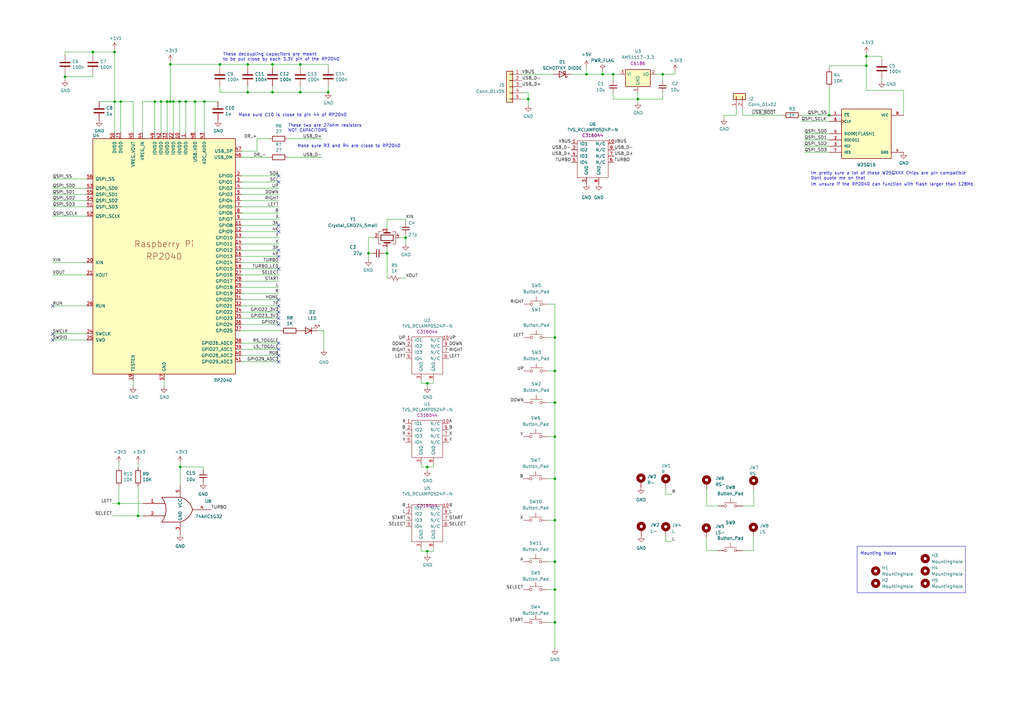
<source format=kicad_sch>
(kicad_sch (version 20230121) (generator eeschema)
  (paper "A3")
  (title_block (title "Nintendo OEM SNES controller replacement PCB") (date "2022-10-21") (rev "3") (comment 1 "http://creativecommons.org/licenses/by-sa/4.0") (comment 2 "Attribution-ShareAlike v4.0 license.") (comment 3 "This document describes Open Hardware and is licensed under the Creative Commons") (comment 4 "(c) 2022 Bob Taylor"))
  (junction (at 216.662 40.64))
  (junction (at 151.13 103.886))
  (junction (at 175.26 157.226))
  (junction (at 63.5 41.656))
  (junction (at 49.53 41.656))
  (junction (at 123.19 37.846))
  (junction (at 69.85 41.656))
  (junction (at 271.78 30.48))
  (junction (at 66.04 41.656))
  (junction (at 261.62 40.64))
  (junction (at 83.82 41.656))
  (junction (at 69.85 26.416))
  (junction (at 227.584 255.27))
  (junction (at 73.66 41.656))
  (junction (at 355.346 23.114))
  (junction (at 76.2 41.656))
  (junction (at 227.584 241.808))
  (junction (at 227.584 179.07))
  (junction (at 134.62 37.846))
  (junction (at 227.584 138.43))
  (junction (at 251.46 30.48))
  (junction (at 90.17 26.416))
  (junction (at 247.142 30.48))
  (junction (at 123.19 26.416))
  (junction (at 46.99 21.336))
  (junction (at 73.914 191.516))
  (junction (at 56.642 211.582))
  (junction (at 46.99 41.656))
  (junction (at 80.01 41.656))
  (junction (at 227.584 196.342))
  (junction (at 227.584 152.146))
  (junction (at 240.538 30.48))
  (junction (at 355.346 26.924))
  (junction (at 175.26 226.06))
  (junction (at 68.58 41.656))
  (junction (at 166.37 97.536))
  (junction (at 111.76 26.416))
  (junction (at 111.76 37.846))
  (junction (at 101.6 37.846))
  (junction (at 158.75 103.886))
  (junction (at 26.67 31.496))
  (junction (at 340.106 47.244))
  (junction (at 101.6 26.416))
  (junction (at 227.584 165.1))
  (junction (at 71.12 41.656))
  (junction (at 38.1 21.336))
  (junction (at 175.26 191.516))
  (junction (at 48.768 206.502))
  (junction (at 227.584 230.378))
  (junction (at 227.584 213.36))
  (no_connect (at 114.3 102.616))
  (no_connect (at 114.3 74.676))
  (no_connect (at 114.3 92.456))
  (no_connect (at 114.3 148.336))
  (no_connect (at 21.59 125.476))
  (no_connect (at 114.3 140.716))
  (no_connect (at 21.59 136.906))
  (no_connect (at 114.3 145.796))
  (no_connect (at 21.59 139.446))
  (no_connect (at 114.3 125.476))
  (no_connect (at 114.3 128.016))
  (no_connect (at 114.3 94.996))
  (no_connect (at 114.3 130.556))
  (no_connect (at 114.3 110.236))
  (no_connect (at 114.3 105.156))
  (no_connect (at 114.3 72.136))
  (no_connect (at 114.3 122.936))
  (no_connect (at 114.3 133.096))
  (no_connect (at 114.3 143.256))
  (wire (pts (xy 271.78 30.48) (xy 271.78 33.02)))
  (wire (pts (xy 73.914 189.738) (xy 73.914 191.516)))
  (wire (pts (xy 54.61 41.656) (xy 49.53 41.656)))
  (wire (pts (xy 296.926 47.244) (xy 302.006 47.244)))
  (wire (pts (xy 99.06 143.256) (xy 114.3 143.256)))
  (wire (pts (xy 269.24 30.48) (xy 271.78 30.48)))
  (wire (pts (xy 340.106 28.194) (xy 340.106 26.924)))
  (wire (pts (xy 172.72 191.516) (xy 175.26 191.516)))
  (wire (pts (xy 240.538 27.432) (xy 240.538 30.48)))
  (wire (pts (xy 177.8 157.226) (xy 177.8 155.956)))
  (wire (pts (xy 227.584 165.1) (xy 227.584 179.07)))
  (wire (pts (xy 90.17 26.416) (xy 101.6 26.416)))
  (polyline (pts (xy 351.536 224.028) (xy 395.986 224.028)))
  (wire (pts (xy 340.106 35.814) (xy 340.106 47.244)))
  (wire (pts (xy 46.99 20.066) (xy 46.99 21.336)))
  (wire (pts (xy 134.62 27.686) (xy 134.62 26.416)))
  (wire (pts (xy 68.58 54.356) (xy 68.58 41.656)))
  (wire (pts (xy 247.142 30.48) (xy 251.46 30.48)))
  (wire (pts (xy 328.676 47.244) (xy 340.106 47.244)))
  (wire (pts (xy 99.06 135.636) (xy 115.062 135.636)))
  (wire (pts (xy 304.546 44.704) (xy 304.546 47.244)))
  (wire (pts (xy 234.442 30.48) (xy 240.538 30.48)))
  (wire (pts (xy 99.06 100.076) (xy 114.3 100.076)))
  (wire (pts (xy 99.06 97.536) (xy 114.3 97.536)))
  (wire (pts (xy 58.42 41.656) (xy 63.5 41.656)))
  (wire (pts (xy 175.26 157.226) (xy 177.8 157.226)))
  (wire (pts (xy 224.79 179.07) (xy 227.584 179.07)))
  (wire (pts (xy 130.302 135.636) (xy 132.842 135.636)))
  (wire (pts (xy 158.75 89.916) (xy 166.37 89.916)))
  (wire (pts (xy 38.1 31.496) (xy 38.1 30.226)))
  (wire (pts (xy 35.56 125.476) (xy 21.59 125.476)))
  (wire (pts (xy 216.662 40.64) (xy 216.662 38.1)))
  (polyline (pts (xy 395.986 224.028) (xy 395.986 243.078)))
  (wire (pts (xy 166.37 97.536) (xy 166.37 100.076)))
  (wire (pts (xy 227.584 241.808) (xy 227.584 255.27)))
  (wire (pts (xy 99.06 115.316) (xy 114.3 115.316)))
  (wire (pts (xy 63.5 54.356) (xy 63.5 41.656)))
  (wire (pts (xy 163.83 97.536) (xy 166.37 97.536)))
  (wire (pts (xy 216.662 38.1) (xy 214.122 38.1)))
  (wire (pts (xy 152.4 103.886) (xy 151.13 103.886)))
  (wire (pts (xy 251.46 40.64) (xy 261.62 40.64)))
  (wire (pts (xy 227.584 152.146) (xy 227.584 165.1)))
  (wire (pts (xy 21.59 107.696) (xy 35.56 107.696)))
  (polyline (pts (xy 395.986 243.078) (xy 351.536 243.078)))
  (wire (pts (xy 45.974 206.502) (xy 48.768 206.502)))
  (wire (pts (xy 340.106 26.924) (xy 355.346 26.924)))
  (wire (pts (xy 35.56 73.406) (xy 21.59 73.406)))
  (wire (pts (xy 240.538 30.48) (xy 247.142 30.48)))
  (wire (pts (xy 296.926 47.244) (xy 296.926 48.514)))
  (wire (pts (xy 172.72 226.06) (xy 175.26 226.06)))
  (wire (pts (xy 224.79 255.27) (xy 227.584 255.27)))
  (wire (pts (xy 73.914 191.516) (xy 73.914 198.882)))
  (wire (pts (xy 329.946 57.404) (xy 340.106 57.404)))
  (wire (pts (xy 99.06 61.976) (xy 105.41 61.976)))
  (wire (pts (xy 289.687 220.345) (xy 289.687 225.806)))
  (wire (pts (xy 294.513 207.518) (xy 289.814 207.518)))
  (wire (pts (xy 80.01 41.656) (xy 83.82 41.656)))
  (wire (pts (xy 225.044 124.714) (xy 227.584 124.714)))
  (wire (pts (xy 73.66 54.356) (xy 73.66 41.656)))
  (wire (pts (xy 58.42 54.356) (xy 58.42 41.656)))
  (wire (pts (xy 89.408 41.656) (xy 83.82 41.656)))
  (wire (pts (xy 48.768 189.738) (xy 48.768 191.77)))
  (wire (pts (xy 35.56 136.906) (xy 21.59 136.906)))
  (wire (pts (xy 166.37 96.266) (xy 166.37 97.536)))
  (wire (pts (xy 83.312 192.786) (xy 83.312 191.516)))
  (wire (pts (xy 224.79 196.342) (xy 227.584 196.342)))
  (wire (pts (xy 227.584 179.07) (xy 227.584 196.342)))
  (wire (pts (xy 90.17 35.306) (xy 90.17 37.846)))
  (wire (pts (xy 328.676 49.784) (xy 340.106 49.784)))
  (wire (pts (xy 99.06 128.016) (xy 114.3 128.016)))
  (wire (pts (xy 151.13 97.536) (xy 151.13 103.886)))
  (wire (pts (xy 99.06 122.936) (xy 114.3 122.936)))
  (wire (pts (xy 224.79 213.36) (xy 227.584 213.36)))
  (wire (pts (xy 73.66 41.656) (xy 76.2 41.656)))
  (wire (pts (xy 227.584 196.342) (xy 227.584 213.36)))
  (wire (pts (xy 273.05 222.123) (xy 275.59 222.123)))
  (wire (pts (xy 99.06 72.136) (xy 114.3 72.136)))
  (wire (pts (xy 273.05 200.152) (xy 273.05 202.692)))
  (wire (pts (xy 111.76 27.686) (xy 111.76 26.416)))
  (wire (pts (xy 69.85 41.656) (xy 71.12 41.656)))
  (wire (pts (xy 177.8 226.06) (xy 177.8 224.79)))
  (wire (pts (xy 111.76 35.306) (xy 111.76 37.846)))
  (wire (pts (xy 99.06 94.996) (xy 114.3 94.996)))
  (wire (pts (xy 225.044 138.43) (xy 227.584 138.43)))
  (wire (pts (xy 123.19 27.686) (xy 123.19 26.416)))
  (wire (pts (xy 35.56 112.776) (xy 21.59 112.776)))
  (wire (pts (xy 261.62 40.64) (xy 271.78 40.64)))
  (wire (pts (xy 99.06 125.476) (xy 114.3 125.476)))
  (wire (pts (xy 261.62 40.64) (xy 261.62 41.91)))
  (wire (pts (xy 175.26 226.06) (xy 177.8 226.06)))
  (wire (pts (xy 69.85 25.146) (xy 69.85 26.416)))
  (wire (pts (xy 340.106 59.944) (xy 329.946 59.944)))
  (wire (pts (xy 158.75 103.886) (xy 158.75 114.046)))
  (wire (pts (xy 99.06 110.236) (xy 114.3 110.236)))
  (wire (pts (xy 302.006 44.704) (xy 302.006 47.244)))
  (wire (pts (xy 90.17 37.846) (xy 101.6 37.846)))
  (wire (pts (xy 172.72 191.516) (xy 172.72 190.246)))
  (wire (pts (xy 99.06 74.676) (xy 114.3 74.676)))
  (wire (pts (xy 99.06 79.756) (xy 114.3 79.756)))
  (wire (pts (xy 26.67 21.336) (xy 38.1 21.336)))
  (wire (pts (xy 99.06 133.096) (xy 114.3 133.096)))
  (wire (pts (xy 175.26 226.06) (xy 175.26 227.33)))
  (wire (pts (xy 99.06 140.716) (xy 114.3 140.716)))
  (wire (pts (xy 123.19 35.306) (xy 123.19 37.846)))
  (polyline (pts (xy 351.536 243.078) (xy 351.536 224.028)))
  (wire (pts (xy 48.768 206.502) (xy 58.674 206.502)))
  (wire (pts (xy 99.06 120.396) (xy 114.3 120.396)))
  (wire (pts (xy 21.59 77.216) (xy 35.56 77.216)))
  (wire (pts (xy 101.6 37.846) (xy 111.76 37.846)))
  (wire (pts (xy 63.5 41.656) (xy 66.04 41.656)))
  (wire (pts (xy 99.06 84.836) (xy 114.3 84.836)))
  (wire (pts (xy 38.1 21.336) (xy 46.99 21.336)))
  (wire (pts (xy 99.06 82.296) (xy 114.3 82.296)))
  (wire (pts (xy 118.11 64.516) (xy 132.08 64.516)))
  (wire (pts (xy 214.122 30.48) (xy 226.822 30.48)))
  (wire (pts (xy 118.11 56.896) (xy 132.08 56.896)))
  (wire (pts (xy 164.338 114.046) (xy 166.37 114.046)))
  (wire (pts (xy 224.79 241.808) (xy 227.584 241.808)))
  (wire (pts (xy 340.106 54.864) (xy 329.946 54.864)))
  (wire (pts (xy 370.586 47.244) (xy 370.586 37.084)))
  (wire (pts (xy 177.8 191.516) (xy 177.8 190.246)))
  (wire (pts (xy 225.044 165.1) (xy 227.584 165.1)))
  (wire (pts (xy 46.99 41.656) (xy 46.99 54.356)))
  (wire (pts (xy 21.59 79.756) (xy 35.56 79.756)))
  (wire (pts (xy 99.06 107.696) (xy 114.3 107.696)))
  (wire (pts (xy 71.12 41.656) (xy 73.66 41.656)))
  (wire (pts (xy 66.04 41.656) (xy 68.58 41.656)))
  (wire (pts (xy 261.62 38.1) (xy 261.62 40.64)))
  (wire (pts (xy 67.31 155.956) (xy 67.31 158.496)))
  (wire (pts (xy 69.85 26.416) (xy 69.85 41.656)))
  (wire (pts (xy 26.67 22.606) (xy 26.67 21.336)))
  (wire (pts (xy 340.106 62.484) (xy 329.946 62.484)))
  (wire (pts (xy 157.48 103.886) (xy 158.75 103.886)))
  (wire (pts (xy 83.82 41.656) (xy 83.82 54.356)))
  (wire (pts (xy 99.06 112.776) (xy 114.3 112.776)))
  (wire (pts (xy 123.19 26.416) (xy 134.62 26.416)))
  (wire (pts (xy 69.85 26.416) (xy 90.17 26.416)))
  (wire (pts (xy 21.59 84.836) (xy 35.56 84.836)))
  (wire (pts (xy 172.72 157.226) (xy 172.72 155.956)))
  (wire (pts (xy 99.06 89.916) (xy 114.3 89.916)))
  (wire (pts (xy 227.584 138.43) (xy 227.584 152.146)))
  (wire (pts (xy 276.86 29.21) (xy 276.86 30.48)))
  (wire (pts (xy 99.06 77.216) (xy 114.3 77.216)))
  (wire (pts (xy 105.41 56.896) (xy 105.41 61.976)))
  (wire (pts (xy 273.05 219.837) (xy 273.05 222.123)))
  (wire (pts (xy 99.06 130.556) (xy 114.3 130.556)))
  (wire (pts (xy 99.06 64.516) (xy 110.49 64.516)))
  (wire (pts (xy 123.19 37.846) (xy 111.76 37.846)))
  (wire (pts (xy 56.642 199.39) (xy 56.642 211.582)))
  (wire (pts (xy 45.974 211.582) (xy 56.642 211.582)))
  (wire (pts (xy 309.118 207.518) (xy 309.118 200.914)))
  (wire (pts (xy 134.62 37.846) (xy 123.19 37.846)))
  (wire (pts (xy 158.75 114.046) (xy 159.258 114.046)))
  (wire (pts (xy 175.26 157.226) (xy 175.26 158.496)))
  (wire (pts (xy 158.75 101.346) (xy 158.75 103.886)))
  (wire (pts (xy 308.991 220.091) (xy 308.991 225.806)))
  (wire (pts (xy 99.06 148.336) (xy 114.3 148.336)))
  (wire (pts (xy 48.768 199.39) (xy 48.768 206.502)))
  (wire (pts (xy 304.546 47.244) (xy 321.056 47.244)))
  (wire (pts (xy 101.6 37.846) (xy 101.6 35.306)))
  (wire (pts (xy 68.58 41.656) (xy 69.85 41.656)))
  (wire (pts (xy 105.41 56.896) (xy 110.49 56.896)))
  (wire (pts (xy 134.62 35.306) (xy 134.62 37.846)))
  (wire (pts (xy 99.06 102.616) (xy 114.3 102.616)))
  (wire (pts (xy 99.06 87.376) (xy 114.3 87.376)))
  (wire (pts (xy 38.1 22.606) (xy 38.1 21.336)))
  (wire (pts (xy 355.346 37.084) (xy 370.586 37.084)))
  (wire (pts (xy 26.67 31.496) (xy 26.67 32.766)))
  (wire (pts (xy 304.673 225.806) (xy 308.991 225.806)))
  (wire (pts (xy 227.584 230.378) (xy 227.584 241.808)))
  (wire (pts (xy 158.75 89.916) (xy 158.75 93.726)))
  (wire (pts (xy 361.696 23.114) (xy 355.346 23.114)))
  (wire (pts (xy 56.642 211.582) (xy 58.674 211.582)))
  (wire (pts (xy 35.56 88.646) (xy 21.59 88.646)))
  (wire (pts (xy 35.56 139.446) (xy 21.59 139.446)))
  (wire (pts (xy 90.17 27.686) (xy 90.17 26.416)))
  (wire (pts (xy 99.06 92.456) (xy 114.3 92.456)))
  (wire (pts (xy 21.59 82.296) (xy 35.56 82.296)))
  (wire (pts (xy 111.76 26.416) (xy 123.19 26.416)))
  (wire (pts (xy 355.346 21.844) (xy 355.346 23.114)))
  (wire (pts (xy 153.67 97.536) (xy 151.13 97.536)))
  (wire (pts (xy 26.67 31.496) (xy 38.1 31.496)))
  (wire (pts (xy 225.044 152.146) (xy 227.584 152.146)))
  (wire (pts (xy 216.662 40.64) (xy 214.122 40.64)))
  (wire (pts (xy 46.99 21.336) (xy 46.99 41.656)))
  (wire (pts (xy 151.13 103.886) (xy 151.13 106.426)))
  (wire (pts (xy 66.04 54.356) (xy 66.04 41.656)))
  (wire (pts (xy 361.696 24.384) (xy 361.696 23.114)))
  (wire (pts (xy 101.6 26.416) (xy 111.76 26.416)))
  (wire (pts (xy 172.72 157.226) (xy 175.26 157.226)))
  (wire (pts (xy 247.142 29.21) (xy 247.142 30.48)))
  (wire (pts (xy 273.05 202.692) (xy 275.59 202.692)))
  (wire (pts (xy 71.12 54.356) (xy 71.12 41.656)))
  (wire (pts (xy 49.53 41.656) (xy 46.99 41.656)))
  (wire (pts (xy 304.673 207.518) (xy 309.118 207.518)))
  (wire (pts (xy 355.346 26.924) (xy 355.346 37.084)))
  (wire (pts (xy 26.67 30.226) (xy 26.67 31.496)))
  (wire (pts (xy 80.01 54.356) (xy 80.01 41.656)))
  (wire (pts (xy 172.72 226.06) (xy 172.72 224.79)))
  (wire (pts (xy 56.642 189.738) (xy 56.642 191.77)))
  (wire (pts (xy 289.687 225.806) (xy 294.513 225.806)))
  (wire (pts (xy 99.06 117.856) (xy 114.3 117.856)))
  (wire (pts (xy 361.696 32.004) (xy 361.696 33.274)))
  (wire (pts (xy 227.584 255.27) (xy 227.584 265.938)))
  (wire (pts (xy 251.46 38.1) (xy 251.46 40.64)))
  (wire (pts (xy 101.6 27.686) (xy 101.6 26.416)))
  (wire (pts (xy 271.78 38.1) (xy 271.78 40.64)))
  (wire (pts (xy 271.78 30.48) (xy 276.86 30.48)))
  (wire (pts (xy 46.99 41.656) (xy 40.64 41.656)))
  (wire (pts (xy 132.842 135.636) (xy 132.842 143.256)))
  (wire (pts (xy 99.06 105.156) (xy 114.3 105.156)))
  (wire (pts (xy 99.06 145.796) (xy 114.3 145.796)))
  (wire (pts (xy 224.79 230.378) (xy 227.584 230.378)))
  (wire (pts (xy 227.584 124.714) (xy 227.584 138.43)))
  (wire (pts (xy 49.53 54.356) (xy 49.53 41.656)))
  (wire (pts (xy 175.26 191.516) (xy 175.26 192.786)))
  (wire (pts (xy 289.814 200.66) (xy 289.814 207.518)))
  (wire (pts (xy 54.61 155.956) (xy 54.61 158.496)))
  (wire (pts (xy 76.2 41.656) (xy 76.2 54.356)))
  (wire (pts (xy 251.46 30.48) (xy 254 30.48)))
  (wire (pts (xy 83.312 191.516) (xy 73.914 191.516)))
  (wire (pts (xy 216.662 43.18) (xy 216.662 40.64)))
  (wire (pts (xy 54.61 54.356) (xy 54.61 41.656)))
  (wire (pts (xy 227.584 213.36) (xy 227.584 230.378)))
  (wire (pts (xy 355.346 23.114) (xy 355.346 26.924)))
  (wire (pts (xy 251.46 30.48) (xy 251.46 33.02)))
  (wire (pts (xy 175.26 191.516) (xy 177.8 191.516)))
  (wire (pts (xy 166.37 89.916) (xy 166.37 91.186)))
  (wire (pts (xy 76.2 41.656) (xy 80.01 41.656)))
  (text "https://gp2040-ce.info/#/gp2040-shortcuts\nSelect + Start + Up = HOME\nSelect + Start + Up + Plug in USB = Boot Select Mode\nStart + Plug in USB = Webconfig mode\nB + Plug in USB = Nintendo Switch\nA + Plug in USB = Xinput\nY + Plug in USB = DirectInput/PS3\nSelect + Start + Down = D-Pad mode\nSelect + Start + Left = Left analog stick\nSelect + Start + Right = Right analog stick\nLeft + Select = Turbo\nLeft + Select + Up = Turbo rate increase\nLeft + Select + Down= Turbo rate decrease" (at 16.764 362.712 0) (effects (font (size 3 3)) (justify left bottom)))
  (text "Mounting Holes" (at 352.806 227.838 0) (effects (font (size 1.27 1.27)) (justify left bottom)))
  (text "These two are 27ohm resistors \nNOT CAPACITORS" (at 118.11 54.356 0) (effects (font (size 1.27 1.27)) (justify left bottom)))
  (text "Make sure R3 and R4 are close to RP2040" (at 121.92 60.706 0) (effects (font (size 1.27 1.27)) (justify left bottom)))
  (text "Im pretty sure a lot of these W25QXXX Chips are pin compatible\nDont quote me on that" (at 332.486 73.914 0) (effects (font (size 1.27 1.27)) (justify left bottom)))
  (text "Im unsure if the RP2040 can function with flash larger than 128Mb" (at 332.486 76.454 0) (effects (font (size 1.27 1.27)) (justify left bottom)))
  (text "These decoupling capacitors are meant\nto be put close by each 3.3V pin of the RP2040" (at 91.44 25.146 0) (effects (font (size 1.27 1.27)) (justify left bottom)))
  (text "Make sure C10 is close to pin 44 of RP2040" (at 97.79 48.006 0) (effects (font (size 1.27 1.27)) (justify left bottom)))
  (label "QSPI_SD0" (at 329.946 54.864 0))
  (label "QSPI_SD1" (at 329.946 57.404 0))
  (label "GPIO24" (at 114.3 133.096 180))
  (label "START" (at 184.15 213.36 0))
  (label "TURBO" (at 86.614 209.042 0))
  (label "LEFT" (at 45.974 206.502 180))
  (label "GPIO22_3V3" (at 114.3 128.016 180))
  (label "L" (at 114.3 117.856 180))
  (label "RIGHT" (at 166.37 144.526 180))
  (label "R" (at 275.59 202.692 0))
  (label "A" (at 114.3 89.916 180))
  (label "L" (at 184.15 210.82 0))
  (label "QSPI_SCLK" (at 21.59 88.646 0))
  (label "XOUT" (at 166.37 114.046 0))
  (label "DOWN" (at 166.37 141.986 180))
  (label "SELECT" (at 214.63 241.808 180))
  (label "SELECT" (at 114.3 112.776 180))
  (label "B" (at 214.63 196.342 180))
  (label "TURBO" (at 251.968 66.548 0))
  (label "QSPI_SD0" (at 21.59 77.216 0))
  (label "USB_D-" (at 214.122 33.02 0))
  (label "TURBO" (at 234.188 66.548 180))
  (label "B" (at 184.15 176.276 0))
  (label "DOWN" (at 214.884 165.1 180))
  (label "VBUS" (at 214.122 30.48 0))
  (label "X" (at 214.63 213.36 180))
  (label "LEFT" (at 184.15 147.066 0))
  (label "SWCLK" (at 21.59 136.906 0))
  (label "L" (at 275.59 222.123 0))
  (label "RUN" (at 21.59 125.476 0))
  (label "XOUT" (at 21.59 112.776 0))
  (label "A" (at 214.63 230.378 180))
  (label "X" (at 114.3 100.076 180))
  (label "L" (at 166.37 210.82 180))
  (label "B" (at 114.3 87.376 180))
  (label "USB_D-" (at 234.188 61.468 180))
  (label "SWDIO" (at 21.59 139.446 0))
  (label "UP" (at 214.884 152.146 180))
  (label "USB_D+" (at 234.188 64.008 180))
  (label "SELECT" (at 166.37 215.9 180))
  (label "3K" (at 114.3 92.456 180))
  (label "DR_-" (at 109.22 64.516 180))
  (label "QSPI_SD3" (at 329.946 62.484 0))
  (label "A" (at 184.15 173.736 0))
  (label "GPIO29_ADC3" (at 114.3 148.336 180))
  (label "QSPI_SCLK" (at 328.676 49.784 0))
  (label "RS_TOGGLE" (at 114.3 140.716 180))
  (label "SELECT" (at 184.15 215.9 0))
  (label "START" (at 166.37 213.36 180))
  (label "~{USB_BOOT}" (at 308.356 47.244 0))
  (label "QSPI_SS" (at 331.216 47.244 0))
  (label "R" (at 114.3 120.396 180))
  (label "RIGHT" (at 114.3 82.296 180))
  (label "GPIO23_3V3" (at 114.3 130.556 180))
  (label "LEFT" (at 166.37 147.066 180))
  (label "DR_+" (at 105.41 56.896 180))
  (label "QSPI_SD2" (at 21.59 82.296 0))
  (label "USB_D+" (at 251.968 64.008 0))
  (label "USB_D-" (at 132.08 64.516 180))
  (label "XIN" (at 166.37 89.916 0))
  (label "X" (at 166.37 178.816 180))
  (label "X" (at 184.15 178.816 0))
  (label "START" (at 114.3 115.316 180))
  (label "4P" (at 114.3 105.156 180))
  (label "B" (at 166.37 176.276 180))
  (label "RIGHT" (at 214.884 124.714 180))
  (label "Y" (at 184.15 181.356 0))
  (label "UP" (at 114.3 77.216 180))
  (label "4K" (at 114.3 94.996 180))
  (label "Y" (at 114.3 97.536 180))
  (label "R" (at 166.37 208.28 180))
  (label "SELECT" (at 45.974 211.582 180))
  (label "USB_D+" (at 132.08 56.896 180))
  (label "DOWN" (at 184.15 141.986 0))
  (label "R" (at 184.15 208.28 0))
  (label "LEFT" (at 214.884 138.43 180))
  (label "Y" (at 166.37 181.356 180))
  (label "TURBO_LED" (at 114.3 110.236 180))
  (label "QSPI_SS" (at 21.59 73.406 0))
  (label "TURBO" (at 114.3 107.696 180))
  (label "XIN" (at 21.59 107.696 0))
  (label "3P" (at 114.3 102.616 180))
  (label "TP" (at 114.3 125.476 180))
  (label "QSPI_SD1" (at 21.59 79.756 0))
  (label "UP" (at 184.15 139.446 0))
  (label "RGB" (at 114.3 145.796 180))
  (label "LEFT" (at 114.3 84.836 180))
  (label "A" (at 166.37 173.736 180))
  (label "QSPI_SD2" (at 329.946 59.944 0))
  (label "QSPI_SD3" (at 21.59 84.836 0))
  (label "VBUS" (at 234.188 58.928 180))
  (label "USB_D-" (at 251.968 61.468 0))
  (label "SCL" (at 114.3 74.676 180))
  (label "LS_TOGGLE" (at 114.3 143.256 180))
  (label "UP" (at 166.37 139.446 180))
  (label "RIGHT" (at 184.15 144.526 0))
  (label "HOME" (at 114.3 122.936 180))
  (label "START" (at 214.63 255.27 180))
  (label "DOWN" (at 114.3 79.756 180))
  (label "SDA" (at 114.3 72.136 180))
  (label "USB_D+" (at 214.122 35.56 0))
  (label "Y" (at 214.63 179.07 180))
  (label "VBUS" (at 251.968 58.928 0))
  (symbol (lib_id "Video_Games:TVS_RCLAMP0524P-N-Video_Games") (at 175.26 177.546 0) (unit 1)
    (property "Reference" "U1" (at 175.26 165.735 0))
    (property "Value" "TVS_RCLAMP0524P-N" (at 175.26 168.0464 0))
    (property "Footprint" "Package_DFN_QFN:UDFN-10_1.35x2.6mm_P0.5mm" (effects hide))
    (property "Datasheet" "https://datasheet.lcsc.com/szlcsc/Bourne-Semicon-Shenzhen-RCLAMP0524P-N_C316044.pdf" (effects hide))
    (property "LCSC Part" "C316044" (at 175.26 170.3578 0))
  )
  (symbol (lib_id "power:GND") (at 175.26 227.33 0) (unit 1)
    (property "Reference" "#PWR024" (effects hide))
    (property "Value" "GND" (at 175.387 231.7242 0))
  )
  (symbol (lib_id "Device:R") (at 324.866 47.244 270) (unit 1)
    (property "Reference" "R3" (at 324.866 44.704 90))
    (property "Value" "1K" (at 324.866 47.244 90))
    (property "Footprint" "Resistor_SMD:R_0402_1005Metric" (effects hide))
    (property "LCSC Part" "C11702" (effects hide))
  )
  (symbol (lib_id "Device:D_Schottky") (at 230.632 30.48 180) (unit 1)
    (property "Reference" "D1" (at 230.632 25.4 0))
    (property "Value" "SCHOTTKY DIODE" (at 230.632 27.94 0))
    (property "Footprint" "Diode_SMD:D_0603_1608Metric" (effects hide))
    (property "LCSC Part" "C143772" (effects hide))
    (property "Sim.Device" "SPICE" (effects hide))
    (property "Sim.Params" "type=\"D\" model=\"SCHOTTKY DIODE\" lib=\"\"" (effects hide))
    (property "Sim.Pins" "1=1 2=2" (effects hide))
  )
  (symbol (lib_id "Device:C") (at 123.19 31.496 0) (unit 1)
    (property "Reference" "C13" (at 126.111 30.3276 0) (effects (justify left)))
    (property "Value" "100n" (at 126.111 32.639 0) (effects (justify left)))
    (property "Footprint" "Capacitor_SMD:C_0402_1005Metric" (effects hide))
    (property "LCSC Part" "C1525" (effects hide))
  )
  (symbol (lib_id "power:GND") (at 361.696 33.274 0) (unit 1)
    (property "Reference" "#PWR011" (effects hide))
    (property "Value" "GND" (at 365.506 34.544 0))
  )
  (symbol (lib_id "Video_Games:RP2040") (at 67.31 105.156 0) (unit 1)
    (property "Reference" "U4" (at 39.37 55.626 0))
    (property "Value" "RP2040" (at 91.44 155.956 0))
    (property "Footprint" "VideoGames_KiCad6:RP2040-QFN-56" (effects hide))
    (property "Datasheet" "https://datasheets.raspberrypi.com/pico/pico-datasheet.pdf" (effects hide))
    (property "LCSC Part" "C2040" (effects hide))
  )
  (symbol (lib_id "Device:C_Small") (at 166.37 93.726 180) (unit 1)
    (property "Reference" "C4" (at 170.18 91.44 0) (effects (justify left)))
    (property "Value" "27p" (at 171.196 96.266 0) (effects (justify left)))
    (property "Footprint" "Capacitor_SMD:C_0402_1005Metric" (effects hide))
    (property "LCSC Part" "C1557" (effects hide))
  )
  (symbol (lib_id "Device:C_Small") (at 271.78 35.56 0) (unit 1)
    (property "Reference" "C2" (at 276.86 34.29 0))
    (property "Value" "10u" (at 276.86 36.83 0))
    (property "Footprint" "Capacitor_SMD:C_0402_1005Metric" (effects hide))
    (property "LCSC Part" "C15525" (effects hide))
  )
  (symbol (lib_id "Switch:SW_Push") (at 219.71 213.36 0) (mirror y) (unit 1) (in_bom no)
    (property "Reference" "SW10" (at 219.71 205.74 0))
    (property "Value" "Button_Pad" (at 219.71 208.28 0))
    (property "Footprint" "VideoGames:BTN_Controller_5mm_0.3_0.3" (effects hide))
  )
  (symbol (lib_id "Connector_Generic:Conn_01x05") (at 209.042 35.56 0) (mirror y) (unit 1)
    (property "Reference" "J5" (at 207.01 34.925 0) (effects (justify left)))
    (property "Value" "Conn_01x05" (at 207.01 37.465 0) (effects (justify left)))
    (property "Footprint" "Connector_JST:JST_PH_S5B-PH-K_1x05_P2.00mm_Horizontal" (effects hide))
    (property "LCSC Part" "C10402" (effects hide))
  )
  (symbol (lib_id "Switch:SW_Push") (at 219.964 138.43 0) (unit 1) (in_bom no)
    (property "Reference" "SW1" (at 219.964 127 0))
    (property "Value" "Button_Pad" (at 219.964 133.35 0))
    (property "Footprint" "VideoGames:BTN_Controller_Dpad_0.3_0.3" (effects hide))
  )
  (symbol (lib_id "Mechanical:MountingHole") (at 359.156 234.188 0) (unit 1) (in_bom no)
    (property "Reference" "H1" (at 361.696 232.9179 0) (effects (justify left)))
    (property "Value" "MountingHole" (at 361.696 235.4579 0) (effects (justify left)))
    (property "Footprint" "MountingHole:MountingHole_4.5mm" (effects hide))
  )
  (symbol (lib_id "Mechanical:MountingHole_Pad") (at 309.118 198.374 0) (unit 1) (in_bom no)
    (property "Reference" "JW7" (at 307.34 191.77 0) (effects (justify left)))
    (property "Value" "RS" (at 307.34 194.31 0) (effects (justify left)))
    (property "Footprint" "MountingHole:MountingHole_1.2mm_Pad" (effects hide))
  )
  (symbol (lib_id "power:GND") (at 216.662 43.18 0) (mirror y) (unit 1)
    (property "Reference" "#PWR031" (effects hide))
    (property "Value" "GND" (at 216.662 47.752 0))
  )
  (symbol (lib_id "Mechanical:MountingHole_Pad") (at 308.991 217.551 0) (unit 1) (in_bom no)
    (property "Reference" "JW8" (at 311.531 215.646 0) (effects (justify left)))
    (property "Value" "LS" (at 311.531 218.186 0) (effects (justify left)))
    (property "Footprint" "MountingHole:MountingHole_1.2mm_Pad" (effects hide))
  )
  (symbol (lib_id "power:GND") (at 296.926 48.514 0) (unit 1)
    (property "Reference" "#PWR030" (effects hide))
    (property "Value" "GND" (at 297.053 52.9082 0))
  )
  (symbol (lib_id "power:GND") (at 370.586 62.484 0) (unit 1)
    (property "Reference" "#PWR012" (effects hide))
    (property "Value" "GND" (at 370.713 66.8782 0))
  )
  (symbol (lib_id "Device:R_Small_US") (at 161.798 114.046 270) (unit 1)
    (property "Reference" "R5" (at 161.798 108.839 90))
    (property "Value" "1K" (at 161.798 111.1504 90))
    (property "Footprint" "Resistor_SMD:R_0402_1005Metric" (effects hide))
    (property "LCSC Part" "C11702" (effects hide))
  )
  (symbol (lib_id "Device:Crystal_GND24") (at 158.75 97.536 90) (unit 1)
    (property "Reference" "Y1" (at 146.05 89.916 90) (effects (justify left)))
    (property "Value" "Crystal_GND24_Small" (at 154.94 92.456 90) (effects (justify left)))
    (property "Footprint" "Crystal:Crystal_SMD_SeikoEpson_TSX3225-4Pin_3.2x2.5mm" (effects hide))
    (property "LCSC Part" "C9002" (effects hide))
  )
  (symbol (lib_id "power:GND") (at 132.842 143.256 0) (unit 1)
    (property "Reference" "#PWR021" (effects hide))
    (property "Value" "GND" (at 132.842 148.59 0))
  )
  (symbol (lib_id "Device:R") (at 114.3 56.896 270) (unit 1)
    (property "Reference" "R6" (at 114.3 51.6382 90))
    (property "Value" "27" (at 114.3 53.9496 90))
    (property "Footprint" "Resistor_SMD:R_0402_1005Metric" (effects hide))
    (property "LCSC Part" "C25100" (effects hide))
  )
  (symbol (lib_id "Switch:SW_Push") (at 219.71 230.378 0) (mirror y) (unit 1) (in_bom no)
    (property "Reference" "SW11" (at 219.71 222.758 0))
    (property "Value" "Button_Pad" (at 219.71 225.298 0))
    (property "Footprint" "VideoGames:BTN_Controller_5mm_0.3_0.3" (effects hide))
  )
  (symbol (lib_id "power:GND") (at 240.538 75.438 0) (unit 1)
    (property "Reference" "#PWR029" (effects hide))
    (property "Value" "GND" (at 240.538 81.026 0))
  )
  (symbol (lib_id "power:GND") (at 134.62 37.846 0) (unit 1)
    (property "Reference" "#PWR020" (effects hide))
    (property "Value" "GND" (at 134.747 42.2402 0))
  )
  (symbol (lib_id "Switch:SW_Push") (at 219.71 255.27 0) (mirror y) (unit 1) (in_bom no)
    (property "Reference" "SW4" (at 219.71 248.92 0))
    (property "Value" "Button_Pad" (at 219.71 251.46 0))
    (property "Footprint" "VideoGames:BTN_Controller_Dpad_0.3_0.3" (effects hide))
  )
  (symbol (lib_id "power:GND") (at 40.64 49.276 0) (unit 1)
    (property "Reference" "#PWR014" (effects hide))
    (property "Value" "GND" (at 40.767 53.6702 0))
  )
  (symbol (lib_id "power:GND") (at 175.26 158.496 0) (unit 1)
    (property "Reference" "#PWR0102" (effects hide))
    (property "Value" "GND" (at 175.387 162.8902 0))
  )
  (symbol (lib_id "power:+3V3") (at 69.85 25.146 0) (unit 1)
    (property "Reference" "#PWR018" (effects hide))
    (property "Value" "+3V3" (at 70.231 20.7518 0))
  )
  (symbol (lib_id "power:+3V3") (at 355.346 21.844 0) (unit 1)
    (property "Reference" "#PWR09" (effects hide))
    (property "Value" "+3V3" (at 355.727 17.4498 0))
  )
  (symbol (lib_id "power:GND") (at 54.61 158.496 0) (unit 1)
    (property "Reference" "#PWR016" (effects hide))
    (property "Value" "GND" (at 54.737 162.8902 0))
  )
  (symbol (lib_id "power:+5V") (at 240.538 27.432 0) (unit 1)
    (property "Reference" "#PWR04" (effects hide))
    (property "Value" "+5V" (at 240.538 22.352 0))
  )
  (symbol (lib_id "Device:R") (at 48.768 195.58 0) (unit 1)
    (property "Reference" "R10" (at 50.546 194.4116 0) (effects (justify left)))
    (property "Value" "10K" (at 50.546 196.723 0) (effects (justify left)))
    (property "Footprint" "Resistor_SMD:R_0402_1005Metric" (effects hide))
    (property "LCSC Part" "C25744" (effects hide))
  )
  (symbol (lib_id "Video_Games:TVS_RCLAMP0524P-N-Video_Games") (at 243.078 62.738 0) (unit 1)
    (property "Reference" "U6" (at 243.078 50.927 0))
    (property "Value" "TVS_RCLAMP0524P-N" (at 243.078 53.2384 0))
    (property "Footprint" "Package_DFN_QFN:UDFN-10_1.35x2.6mm_P0.5mm" (effects hide))
    (property "Datasheet" "https://datasheet.lcsc.com/szlcsc/Bourne-Semicon-Shenzhen-RCLAMP0524P-N_C316044.pdf" (effects hide))
    (property "LCSC Part" "C316044" (at 243.078 55.5498 0))
  )
  (symbol (lib_id "power:GND") (at 245.618 75.438 0) (unit 1)
    (property "Reference" "#PWR028" (effects hide))
    (property "Value" "GND" (at 245.618 81.026 0))
  )
  (symbol (lib_id "Device:R") (at 340.106 32.004 0) (unit 1)
    (property "Reference" "R4" (at 341.884 30.8356 0) (effects (justify left)))
    (property "Value" "10K" (at 341.884 33.147 0) (effects (justify left)))
    (property "Footprint" "Resistor_SMD:R_0402_1005Metric" (effects hide))
    (property "LCSC Part" "C25744" (effects hide))
  )
  (symbol (lib_id "Regulator_Linear:AMS1117-3.3") (at 261.62 30.48 0) (unit 1)
    (property "Reference" "U3" (at 261.62 20.955 0))
    (property "Value" "AMS1117-3.3" (at 261.62 23.495 0))
    (property "Footprint" "Package_TO_SOT_SMD:SOT-223-3_TabPin2" (effects hide))
    (property "Datasheet" "http://www.advanced-monolithic.com/pdf/ds1117.pdf" (effects hide))
    (property "LCSC Part" "C6186" (at 261.62 26.035 0))
  )
  (symbol (lib_id "74xGxx:74AHC1G32") (at 73.914 209.042 0) (unit 1)
    (property "Reference" "U8" (at 85.344 205.6131 0))
    (property "Value" "74AHC1G32" (at 85.598 211.836 0))
    (property "Footprint" "Package_TO_SOT_SMD:SOT-353_SC-70-5" (effects hide))
    (property "Datasheet" "http://www.ti.com/lit/sg/scyt129e/scyt129e.pdf" (effects hide))
    (property "LCSC Part" "C12489" (effects hide))
  )
  (symbol (lib_id "Switch:SW_Push") (at 219.71 241.808 0) (mirror y) (unit 1) (in_bom no)
    (property "Reference" "SW5" (at 219.71 234.95 0))
    (property "Value" "Button_Pad" (at 219.71 237.49 0))
    (property "Footprint" "VideoGames:BTN_Controller_Dpad_0.3_0.3" (effects hide))
  )
  (symbol (lib_id "power:GND") (at 175.26 192.786 0) (unit 1)
    (property "Reference" "#PWR0108" (effects hide))
    (property "Value" "GND" (at 175.387 197.1802 0))
  )
  (symbol (lib_id "Device:LED") (at 126.492 135.636 180) (unit 1)
    (property "Reference" "D2" (at 128.0795 128.016 0))
    (property "Value" "LED" (at 128.0795 130.556 0))
    (property "Footprint" "LED_SMD:LED_0603_1608Metric" (effects hide))
    (property "LCSC Part" "C5137313" (effects hide))
  )
  (symbol (lib_id "Device:C") (at 111.76 31.496 0) (unit 1)
    (property "Reference" "C12" (at 114.681 30.3276 0) (effects (justify left)))
    (property "Value" "100n" (at 114.681 32.639 0) (effects (justify left)))
    (property "Footprint" "Capacitor_SMD:C_0402_1005Metric" (effects hide))
    (property "LCSC Part" "C1525" (effects hide))
  )
  (symbol (lib_id "Video_Games:TVS_RCLAMP0524P-N-Video_Games") (at 175.26 212.09 0) (unit 1)
    (property "Reference" "U5" (at 175.26 200.279 0))
    (property "Value" "TVS_RCLAMP0524P-N" (at 175.26 202.5904 0))
    (property "Footprint" "Package_DFN_QFN:UDFN-10_1.35x2.6mm_P0.5mm" (effects hide))
    (property "Datasheet" "https://datasheet.lcsc.com/szlcsc/Bourne-Semicon-Shenzhen-RCLAMP0524P-N_C316044.pdf" (effects hide))
    (property "LCSC Part" "C316044" (at 175.26 207.4418 0))
  )
  (symbol (lib_id "Switch:SW_Push") (at 219.964 152.146 0) (unit 1) (in_bom no)
    (property "Reference" "SW3" (at 219.964 144.526 0))
    (property "Value" "Button_Pad" (at 219.964 147.066 0))
    (property "Footprint" "VideoGames:BTN_Controller_Dpad_0.3_0.3" (effects hide))
  )
  (symbol (lib_id "Switch:SW_Push") (at 219.71 196.342 0) (mirror y) (unit 1) (in_bom no)
    (property "Reference" "SW7" (at 219.71 188.722 0))
    (property "Value" "Button_Pad" (at 219.71 191.262 0))
    (property "Footprint" "VideoGames:BTN_Controller_5mm_0.3_0.3" (effects hide))
  )
  (symbol (lib_id "Switch:SW_Push") (at 219.964 165.1 0) (unit 1) (in_bom no)
    (property "Reference" "SW2" (at 219.964 157.48 0))
    (property "Value" "Button_Pad" (at 219.964 160.02 0))
    (property "Footprint" "VideoGames:BTN_Controller_Dpad_0.3_0.3" (effects hide))
  )
  (symbol (lib_id "Device:C_Small") (at 154.94 103.886 90) (mirror x) (unit 1)
    (property "Reference" "C3" (at 146.05 101.346 90) (effects (justify left)))
    (property "Value" "27p" (at 148.59 103.886 90) (effects (justify left)))
    (property "Footprint" "Capacitor_SMD:C_0402_1005Metric" (effects hide))
    (property "LCSC Part" "C1557" (effects hide))
  )
  (symbol (lib_id "Switch:SW_Push") (at 299.593 207.518 0) (unit 1) (in_bom no)
    (property "Reference" "SW8" (at 299.593 199.898 0))
    (property "Value" "Button_Pad" (at 299.593 202.438 0))
    (property "Footprint" "VideoGames:BTN_Controller_Dpad_0.3_0.3" (effects hide))
  )
  (symbol (lib_id "Video_Games:TVS_RCLAMP0524P-N-Video_Games") (at 175.26 143.256 0) (unit 1)
    (property "Reference" "U2" (at 175.26 131.445 0))
    (property "Value" "TVS_RCLAMP0524P-N" (at 175.26 133.7564 0))
    (property "Footprint" "Package_DFN_QFN:UDFN-10_1.35x2.6mm_P0.5mm" (effects hide))
    (property "Datasheet" "https://datasheet.lcsc.com/szlcsc/Bourne-Semicon-Shenzhen-RCLAMP0524P-N_C316044.pdf" (effects hide))
    (property "LCSC Part" "C316044" (at 175.26 136.0678 0))
  )
  (symbol (lib_id "Switch:SW_Push") (at 219.71 179.07 0) (mirror y) (unit 1) (in_bom no)
    (property "Reference" "SW6" (at 219.71 171.45 0))
    (property "Value" "Button_Pad" (at 219.71 173.99 0))
    (property "Footprint" "VideoGames:BTN_Controller_5mm_0.3_0.3" (effects hide))
  )
  (symbol (lib_id "power:+3V3") (at 276.86 29.21 0) (unit 1)
    (property "Reference" "#PWR06" (effects hide))
    (property "Value" "+3.3V" (at 277.241 24.8158 0))
  )
  (symbol (lib_id "power:+1V1") (at 46.99 20.066 0) (unit 1)
    (property "Reference" "#PWR015" (effects hide))
    (property "Value" "+1V1" (at 47.371 15.6718 0))
  )
  (symbol (lib_id "Mechanical:MountingHole") (at 359.156 239.268 0) (unit 1) (in_bom no)
    (property "Reference" "H2" (at 361.696 237.9979 0) (effects (justify left)))
    (property "Value" "MountingHole" (at 361.696 240.5379 0) (effects (justify left)))
    (property "Footprint" "MountingHole:MountingHole_4.5mm" (effects hide))
  )
  (symbol (lib_id "power:+3V3") (at 56.642 189.738 0) (unit 1)
    (property "Reference" "#PWR026" (effects hide))
    (property "Value" "+3.3V" (at 57.023 185.3438 0))
  )
  (symbol (lib_id "Mechanical:MountingHole") (at 379.476 229.108 0) (unit 1) (in_bom no)
    (property "Reference" "H3" (at 382.016 227.8379 0) (effects (justify left)))
    (property "Value" "MountingHole" (at 382.016 230.3779 0) (effects (justify left)))
    (property "Footprint" "MountingHole:MountingHole_2.1mm" (effects hide))
  )
  (symbol (lib_id "power:GND") (at 263.017 219.71 0) (unit 1)
    (property "Reference" "#PWR0126" (effects hide))
    (property "Value" "GND" (at 263.017 224.79 0))
  )
  (symbol (lib_id "Device:R") (at 118.872 135.636 270) (unit 1)
    (property "Reference" "R8" (at 118.872 130.3782 90))
    (property "Value" "1K" (at 118.872 132.6896 90))
    (property "Footprint" "Resistor_SMD:R_0402_1005Metric" (effects hide))
    (property "LCSC Part" "C11702" (effects hide))
  )
  (symbol (lib_id "power:+3V3") (at 48.768 189.738 0) (unit 1)
    (property "Reference" "#PWR027" (effects hide))
    (property "Value" "+3.3V" (at 49.149 185.3438 0))
  )
  (symbol (lib_id "Device:C_Small") (at 83.312 195.326 0) (mirror y) (unit 1)
    (property "Reference" "C15" (at 78.232 194.056 0))
    (property "Value" "10u" (at 78.232 196.596 0))
    (property "Footprint" "Capacitor_SMD:C_0402_1005Metric" (effects hide))
    (property "LCSC Part" "C15525" (effects hide))
  )
  (symbol (lib_id "Device:C") (at 26.67 26.416 0) (unit 1)
    (property "Reference" "C6" (at 29.591 25.2476 0) (effects (justify left)))
    (property "Value" "100n" (at 29.591 27.559 0) (effects (justify left)))
    (property "Footprint" "Capacitor_SMD:C_0402_1005Metric" (effects hide))
    (property "LCSC Part" "C1525" (effects hide))
  )
  (symbol (lib_id "Device:C") (at 90.17 31.496 0) (unit 1)
    (property "Reference" "C9" (at 93.091 30.3276 0) (effects (justify left)))
    (property "Value" "100n" (at 93.091 32.639 0) (effects (justify left)))
    (property "Footprint" "Capacitor_SMD:C_0402_1005Metric" (effects hide))
    (property "LCSC Part" "C1525" (effects hide))
  )
  (symbol (lib_id "Device:R") (at 114.3 64.516 270) (unit 1)
    (property "Reference" "R7" (at 114.3 59.2582 90))
    (property "Value" "27" (at 114.3 61.5696 90))
    (property "Footprint" "Resistor_SMD:R_0402_1005Metric" (effects hide))
    (property "LCSC Part" "C25100" (effects hide))
  )
  (symbol (lib_id "power:+3V3") (at 73.914 189.738 0) (unit 1)
    (property "Reference" "#PWR025" (effects hide))
    (property "Value" "+3.3V" (at 74.295 185.3438 0))
  )
  (symbol (lib_id "power:GND") (at 262.89 199.898 0) (unit 1)
    (property "Reference" "#PWR0122" (effects hide))
    (property "Value" "GND" (at 262.89 204.978 0))
  )
  (symbol (lib_id "Mechanical:MountingHole") (at 379.476 234.188 0) (unit 1) (in_bom no)
    (property "Reference" "H4" (at 382.016 232.9179 0) (effects (justify left)))
    (property "Value" "MountingHole" (at 382.016 235.4579 0) (effects (justify left)))
    (property "Footprint" "MountingHole:MountingHole_2.1mm" (effects hide))
  )
  (symbol (lib_id "Video_Games:W25Q256JVEIQ_TR") (at 355.346 54.864 0) (unit 1)
    (property "Reference" "FLASH1" (at 355.346 54.864 0))
    (property "Value" "W25Q16" (at 355.346 67.564 0))
    (property "Footprint" "VideoGames_KiCad6:SOIC127P790X216-8N" (effects hide))
    (property "LCSC Part" "C82317" (effects hide))
  )
  (symbol (lib_id "power:PWR_FLAG") (at 247.142 29.21 0) (mirror y) (unit 1)
    (property "Reference" "#FLG01" (effects hide))
    (property "Value" "PWR_FLAG" (at 247.142 24.8158 0))
  )
  (symbol (lib_id "power:GND") (at 26.67 32.766 0) (unit 1)
    (property "Reference" "#PWR013" (effects hide))
    (property "Value" "GND" (at 26.797 37.1602 0))
  )
  (symbol (lib_id "Device:C") (at 89.408 45.466 0) (unit 1)
    (property "Reference" "C10" (at 92.329 44.2976 0) (effects (justify left)))
    (property "Value" "1u" (at 92.329 46.609 0) (effects (justify left)))
    (property "Footprint" "Capacitor_SMD:C_0402_1005Metric" (effects hide))
    (property "LCSC Part" "C52923" (effects hide))
  )
  (symbol (lib_id "Connector_Generic:Conn_01x02") (at 302.006 39.624 90) (unit 1)
    (property "Reference" "J2" (at 306.7812 40.5384 90) (effects (justify right)))
    (property "Value" "Conn_01x02" (at 306.7812 42.8498 90) (effects (justify right)))
    (property "Footprint" "Connector_PinHeader_2.54mm:PinHeader_1x02_P2.54mm_Vertical" (effects hide))
    (property "LCSC Part" "C492410" (effects hide))
  )
  (symbol (lib_id "Device:C") (at 38.1 26.416 0) (unit 1)
    (property "Reference" "C7" (at 41.021 25.2476 0) (effects (justify left)))
    (property "Value" "100n" (at 41.021 27.559 0) (effects (justify left)))
    (property "Footprint" "Capacitor_SMD:C_0402_1005Metric" (effects hide))
    (property "LCSC Part" "C1525" (effects hide))
  )
  (symbol (lib_id "power:GND") (at 73.914 219.202 0) (unit 1)
    (property "Reference" "#PWR032" (effects hide))
    (property "Value" "GND" (at 73.914 224.028 0))
  )
  (symbol (lib_id "Switch:SW_Push") (at 299.593 225.806 0) (unit 1) (in_bom no)
    (property "Reference" "SW9" (at 299.593 214.376 0))
    (property "Value" "Button_Pad" (at 299.593 220.726 0))
    (property "Footprint" "VideoGames:BTN_Controller_Dpad_0.3_0.3" (effects hide))
  )
  (symbol (lib_id "power:GND") (at 151.13 106.426 0) (mirror y) (unit 1)
    (property "Reference" "#PWR08" (effects hide))
    (property "Value" "GND" (at 151.003 110.8202 0))
  )
  (symbol (lib_id "Mechanical:MountingHole_Pad") (at 289.687 217.805 0) (unit 1) (in_bom no)
    (property "Reference" "JW5" (at 293.37 215.9 0) (effects (justify left)))
    (property "Value" "LS-" (at 293.37 218.44 0) (effects (justify left)))
    (property "Footprint" "MountingHole:MountingHole_1.2mm_Pad" (effects hide))
  )
  (symbol (lib_id "Mechanical:MountingHole_Pad") (at 289.814 198.12 0) (unit 1) (in_bom no)
    (property "Reference" "JW6" (at 293.37 196.215 0) (effects (justify left)))
    (property "Value" "RS-" (at 293.37 198.755 0) (effects (justify left)))
    (property "Footprint" "MountingHole:MountingHole_1.2mm_Pad" (effects hide))
  )
  (symbol (lib_id "Mechanical:MountingHole_Pad") (at 263.017 217.17 0) (unit 1) (in_bom no)
    (property "Reference" "JW2" (at 266.7 215.265 0) (effects (justify left)))
    (property "Value" "L-" (at 266.7 217.805 0) (effects (justify left)))
    (property "Footprint" "MountingHole:MountingHole_1.2mm_Pad" (effects hide))
  )
  (symbol (lib_id "Device:C") (at 134.62 31.496 0) (unit 1)
    (property "Reference" "C14" (at 137.541 30.3276 0) (effects (justify left)))
    (property "Value" "100n" (at 137.541 32.639 0) (effects (justify left)))
    (property "Footprint" "Capacitor_SMD:C_0402_1005Metric" (effects hide))
    (property "LCSC Part" "C1525" (effects hide))
  )
  (symbol (lib_id "Mechanical:MountingHole_Pad") (at 273.05 197.612 0) (unit 1) (in_bom no)
    (property "Reference" "JW1" (at 271.272 191.008 0) (effects (justify left)))
    (property "Value" "R" (at 271.272 193.548 0) (effects (justify left)))
    (property "Footprint" "MountingHole:MountingHole_1.2mm_Pad" (effects hide))
  )
  (symbol (lib_id "Device:C") (at 361.696 28.194 0) (unit 1)
    (property "Reference" "C5" (at 364.617 27.0256 0) (effects (justify left)))
    (property "Value" "100n" (at 364.617 29.337 0) (effects (justify left)))
    (property "Footprint" "Capacitor_SMD:C_0402_1005Metric" (effects hide))
    (property "LCSC Part" "C1525" (effects hide))
  )
  (symbol (lib_id "Device:C") (at 101.6 31.496 0) (unit 1)
    (property "Reference" "C11" (at 104.521 30.3276 0) (effects (justify left)))
    (property "Value" "100n" (at 104.521 32.639 0) (effects (justify left)))
    (property "Footprint" "Capacitor_SMD:C_0402_1005Metric" (effects hide))
    (property "LCSC Part" "C1525" (effects hide))
  )
  (symbol (lib_id "power:GND") (at 166.37 100.076 0) (unit 1)
    (property "Reference" "#PWR010" (effects hide))
    (property "Value" "GND" (at 166.497 104.4702 0))
  )
  (symbol (lib_id "Device:C") (at 40.64 45.466 0) (unit 1)
    (property "Reference" "C8" (at 43.561 44.2976 0) (effects (justify left)))
    (property "Value" "1u" (at 43.561 46.609 0) (effects (justify left)))
    (property "Footprint" "Capacitor_SMD:C_0402_1005Metric" (effects hide))
    (property "LCSC Part" "C52923" (effects hide))
  )
  (symbol (lib_id "Mechanical:MountingHole_Pad") (at 262.89 197.358 0) (unit 1) (in_bom no)
    (property "Reference" "JW3" (at 265.43 195.453 0) (effects (justify left)))
    (property "Value" "R-" (at 265.43 197.993 0) (effects (justify left)))
    (property "Footprint" "MountingHole:MountingHole_1.2mm_Pad" (effects hide))
  )
  (symbol (lib_id "Mechanical:MountingHole_Pad") (at 273.05 217.297 0) (unit 1) (in_bom no)
    (property "Reference" "JW4" (at 275.59 215.392 0) (effects (justify left)))
    (property "Value" "L" (at 275.59 217.932 0) (effects (justify left)))
    (property "Footprint" "MountingHole:MountingHole_1.2mm_Pad" (effects hide))
  )
  (symbol (lib_id "Switch:SW_Push") (at 219.964 124.714 0) (unit 1) (in_bom no)
    (property "Reference" "SW0" (at 219.964 117.094 0))
    (property "Value" "Button_Pad" (at 219.964 119.634 0))
    (property "Footprint" "VideoGames:BTN_Controller_Dpad_0.3_0.3" (effects hide))
  )
  (symbol (lib_id "power:GND") (at 89.408 49.276 0) (unit 1)
    (property "Reference" "#PWR019" (effects hide))
    (property "Value" "GND" (at 89.535 53.6702 0))
  )
  (symbol (lib_id "Device:C_Small") (at 251.46 35.56 0) (mirror y) (unit 1)
    (property "Reference" "C1" (at 246.38 34.29 0))
    (property "Value" "10u" (at 246.38 36.83 0))
    (property "Footprint" "Capacitor_SMD:C_0402_1005Metric" (effects hide))
    (property "LCSC Part" "C15525" (effects hide))
  )
  (symbol (lib_id "power:GND") (at 227.584 265.938 0) (unit 1)
    (property "Reference" "#PWR0103" (effects hide))
    (property "Value" "GND" (at 227.584 270.51 0))
  )
  (symbol (lib_id "power:GND") (at 67.31 158.496 0) (unit 1)
    (property "Reference" "#PWR017" (effects hide))
    (property "Value" "GND" (at 67.437 162.8902 0))
  )
  (symbol (lib_id "Device:R") (at 56.642 195.58 0) (unit 1)
    (property "Reference" "R9" (at 58.42 194.4116 0) (effects (justify left)))
    (property "Value" "10K" (at 58.42 196.723 0) (effects (justify left)))
    (property "Footprint" "Resistor_SMD:R_0402_1005Metric" (effects hide))
    (property "LCSC Part" "C25744" (effects hide))
  )
  (symbol (lib_id "Mechanical:MountingHole_1.8mm") (at 379.476 239.268 0) (unit 1)
    (property "Reference" "H5" (at 382.016 237.9979 0) (effects (justify left)))
    (property "Value" "MountingHole" (at 382.016 240.5379 0) (effects (justify left)))
    (property "Footprint" "MountingHole:MountingHole_1.8mm" (effects hide))
  )
  (symbol (lib_id "power:GND") (at 83.312 197.866 0) (unit 1)
    (property "Reference" "#PWR07" (effects hide))
    (property "Value" "GND" (at 83.312 202.692 0))
  )
  (symbol (lib_id "power:GND") (at 261.62 41.91 0) (unit 1)
    (property "Reference" "#PWR05" (effects hide))
    (property "Value" "GND" (at 261.747 46.3042 0))
  )
)
</source>
